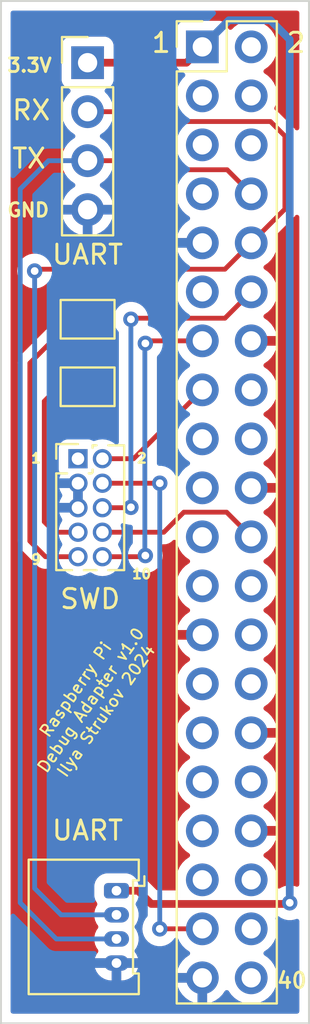
<source format=kicad_pcb>
(kicad_pcb (version 20221018) (generator pcbnew)
  (layers (0 "F.Cu" signal) (31 "B.Cu" signal) (34 "B.Paste" user) (35 "F.Paste" user) (36 "B.SilkS" user "B.Silkscreen") (37 "F.SilkS" user "F.Silkscreen") (38 "B.Mask" user) (39 "F.Mask" user) (44 "Edge.Cuts" user))
  (net 0 "")
  (net 1 "+3.3V")
  (net 6 "GND")
  (net 8 "/RPI_TX")
  (net 9 "/RPI_RX")
  (net 11 "/TDO")
  (net 12 "/TMS")
  (net 13 "/nRST")
  (net 18 "/TCK")
  (net 30 "/TDI")
  (net 33 "/DBG_RX")
  (net 34 "/DBG_TX")
  (footprint "Connector_PinHeader_1.27mm:PinHeader_2x05_P1.27mm_Vertical" (layer "F.Cu") (at 94 71.73)
    (fp_text reference "J2" hide)
    (fp_text value "SWD" (at 0.635 7.27) (layer "F.SilkS"))
    (fp_line (start -1.13 -0.76) (end 0 -0.76) (stroke (width 0.12)) (layer "F.SilkS"))
    (fp_line (start -1.13 0) (end -1.13 -0.76) (stroke (width 0.12)) (layer "F.SilkS"))
    (fp_line (start -1.13 0.76) (end -1.13 5.775) (stroke (width 0.12)) (layer "F.SilkS"))
    (fp_line (start -1.13 0.76) (end -0.563471 0.76) (stroke (width 0.12)) (layer "F.SilkS"))
    (fp_line (start -1.13 5.775) (end -0.30753 5.775) (stroke (width 0.12)) (layer "F.SilkS"))
    (fp_line (start 0.30753 5.775) (end 0.96247 5.775) (stroke (width 0.12)) (layer "F.SilkS"))
    (fp_line (start 0.563471 0.76) (end 0.706529 0.76) (stroke (width 0.12)) (layer "F.SilkS"))
    (fp_line (start 0.76 -0.695) (end 0.96247 -0.695) (stroke (width 0.12)) (layer "F.SilkS"))
    (fp_line (start 0.76 -0.563471) (end 0.76 -0.695) (stroke (width 0.12)) (layer "F.SilkS"))
    (fp_line (start 0.76 0.706529) (end 0.76 0.563471) (stroke (width 0.12)) (layer "F.SilkS"))
    (fp_line (start 1.57753 -0.695) (end 2.4 -0.695) (stroke (width 0.12)) (layer "F.SilkS"))
    (fp_line (start 1.57753 5.775) (end 2.4 5.775) (stroke (width 0.12)) (layer "F.SilkS"))
    (fp_line (start 2.4 -0.695) (end 2.4 5.775) (stroke (width 0.12)) (layer "F.SilkS"))
    (pad "1" thru_hole rect (at 0 0) (size 1 1) (drill 0.65) (layers "*.Cu" "*.Mask") (net 1 "+3.3V"))
    (pad "2" thru_hole oval (at 1.27 0) (size 1 1) (drill 0.65) (layers "*.Cu" "*.Mask") (net 13 "/nRST"))
    (pad "3" thru_hole oval (at 0 1.27) (size 1 1) (drill 0.65) (layers "*.Cu" "*.Mask") (net 6 "GND"))
    (pad "4" thru_hole oval (at 1.27 1.27) (size 1 1) (drill 0.65) (layers "*.Cu" "*.Mask") (net 30 "/TDI"))
    (pad "5" thru_hole oval (at 0 2.54) (size 1 1) (drill 0.65) (layers "*.Cu" "*.Mask") (net 6 "GND"))
    (pad "6" thru_hole oval (at 1.27 2.54) (size 1 1) (drill 0.65) (layers "*.Cu" "*.Mask") (net 11 "/TDO"))
    (pad "7" thru_hole oval (at 0 3.81) (size 1 1) (drill 0.65) (layers "*.Cu" "*.Mask") (net 33 "/DBG_RX"))
    (pad "8" thru_hole oval (at 1.27 3.81) (size 1 1) (drill 0.65) (layers "*.Cu" "*.Mask") (net 18 "/TCK"))
    (pad "9" thru_hole oval (at 0 5.08) (size 1 1) (drill 0.65) (layers "*.Cu" "*.Mask") (net 34 "/DBG_TX"))
    (pad "10" thru_hole oval (at 1.27 5.08) (size 1 1) (drill 0.65) (layers "*.Cu" "*.Mask") (net 12 "/TMS"))
  )
  (footprint "Connector_PinHeader_2.54mm:PinHeader_1x04_P2.54mm_Vertical" (layer "F.Cu") (at 94.5 51.2)
    (fp_text reference "J4" hide)
    (fp_text value "UART" (at 0 9.95) (layer "F.SilkS"))
    (fp_line (start -1.33 -1.33) (end 0 -1.33) (stroke (width 0.12)) (layer "F.SilkS"))
    (fp_line (start -1.33 0) (end -1.33 -1.33) (stroke (width 0.12)) (layer "F.SilkS"))
    (fp_line (start -1.33 1.27) (end -1.33 8.95) (stroke (width 0.12)) (layer "F.SilkS"))
    (fp_line (start -1.33 1.27) (end 1.33 1.27) (stroke (width 0.12)) (layer "F.SilkS"))
    (fp_line (start -1.33 8.95) (end 1.33 8.95) (stroke (width 0.12)) (layer "F.SilkS"))
    (fp_line (start 1.33 1.27) (end 1.33 8.95) (stroke (width 0.12)) (layer "F.SilkS"))
    (pad "1" thru_hole rect (at 0 0) (size 1.7 1.7) (drill 1) (layers "*.Cu" "*.Mask") (net 1 "+3.3V"))
    (pad "2" thru_hole oval (at 0 2.54) (size 1.7 1.7) (drill 1) (layers "*.Cu" "*.Mask") (net 9 "/RPI_RX"))
    (pad "3" thru_hole oval (at 0 5.08) (size 1.7 1.7) (drill 1) (layers "*.Cu" "*.Mask") (net 8 "/RPI_TX"))
    (pad "4" thru_hole oval (at 0 7.62) (size 1.7 1.7) (drill 1) (layers "*.Cu" "*.Mask") (net 6 "GND"))
  )
  (footprint "Jumper:SolderJumper-2_P1.3mm_Open_TrianglePad1.0x1.5mm" (layer "F.Cu") (at 94.5 64.5)
    (fp_text reference "JP1" hide)
    (fp_text value "UART_UNIFIED_1" hide)
    (fp_line (start -1.4 -1) (end 1.4 -1) (stroke (width 0.12)) (layer "F.SilkS"))
    (fp_line (start -1.4 1) (end -1.4 -1) (stroke (width 0.12)) (layer "F.SilkS"))
    (fp_line (start 1.4 -1) (end 1.4 1) (stroke (width 0.12)) (layer "F.SilkS"))
    (fp_line (start 1.4 1) (end -1.4 1) (stroke (width 0.12)) (layer "F.SilkS"))
    (pad "1" smd custom (at -0.725 0) (size 0.3 0.3) (layers "F.Cu" "F.Mask") (net 34 "/DBG_TX") (options (clearance outline) (anchor rect)) (primitives (gr_poly (pts (xy 1 0) (xy 0.5 0.75) (xy -0.5 0.75) (xy -0.5 -0.75) (xy 0.5 -0.75)) (width 0) (fill yes))))
    (pad "2" smd custom (at 0.725 0) (size 0.3 0.3) (layers "F.Cu" "F.Mask") (net 8 "/RPI_TX") (options (clearance outline) (anchor rect)) (primitives (gr_poly (pts (xy 0.5 0.75) (xy -0.65 0.75) (xy -0.15 0) (xy -0.65 -0.75) (xy 0.5 -0.75)) (width 0) (fill yes))))
  )
  (footprint "Connector_Molex:Molex_PicoBlade_53048-0410_1x04_P1.25mm_Horizontal" (layer "F.Cu") (at 96 94.125 -90)
    (fp_text reference "J3" hide)
    (fp_text value "UART" (at -3.125 1.5 -180) (layer "F.SilkS"))
    (fp_line (start -1.61 -1.16) (end -1.61 4.56) (stroke (width 0.12)) (layer "F.SilkS"))
    (fp_line (start -1.61 4.56) (end 1.875 4.56) (stroke (width 0.12)) (layer "F.SilkS"))
    (fp_line (start -0.54 -1.16) (end -1.61 -1.16) (stroke (width 0.12)) (layer "F.SilkS"))
    (fp_line (start -0.54 -0.86) (end -0.54 -1.16) (stroke (width 0.12)) (layer "F.SilkS"))
    (fp_line (start -0.25 -1.45) (end -0.75 -1.45) (stroke (width 0.12)) (layer "F.SilkS"))
    (fp_line (start -0.25 -1.15) (end -0.25 -1.45) (stroke (width 0.12)) (layer "F.SilkS"))
    (fp_line (start 1.875 -0.86) (end -0.54 -0.86) (stroke (width 0.12)) (layer "F.SilkS"))
    (fp_line (start 1.875 -0.86) (end 4.29 -0.86) (stroke (width 0.12)) (layer "F.SilkS"))
    (fp_line (start 4.29 -1.16) (end 5.36 -1.16) (stroke (width 0.12)) (layer "F.SilkS"))
    (fp_line (start 4.29 -0.86) (end 4.29 -1.16) (stroke (width 0.12)) (layer "F.SilkS"))
    (fp_line (start 5.36 -1.16) (end 5.36 4.56) (stroke (width 0.12)) (layer "F.SilkS"))
    (fp_line (start 5.36 4.56) (end 1.875 4.56) (stroke (width 0.12)) (layer "F.SilkS"))
    (pad "1" thru_hole roundrect (at 0 0 270) (size 0.8 1.3) (drill 0.5) (layers "*.Cu" "*.Mask") (net 1 "+3.3V"))
    (pad "2" thru_hole oval (at 1.25 0 270) (size 0.8 1.3) (drill 0.5) (layers "*.Cu" "*.Mask") (net 9 "/RPI_RX"))
    (pad "3" thru_hole oval (at 2.5 0 270) (size 0.8 1.3) (drill 0.5) (layers "*.Cu" "*.Mask") (net 8 "/RPI_TX"))
    (pad "4" thru_hole oval (at 3.75 0 270) (size 0.8 1.3) (drill 0.5) (layers "*.Cu" "*.Mask") (net 6 "GND"))
  )
  (footprint "Jumper:SolderJumper-2_P1.3mm_Open_TrianglePad1.0x1.5mm" (layer "F.Cu") (at 94.5 68)
    (fp_text reference "JP2" hide)
    (fp_text value "UART_UNIFIED_1" hide)
    (fp_line (start -1.4 -1) (end 1.4 -1) (stroke (width 0.12)) (layer "F.SilkS"))
    (fp_line (start -1.4 1) (end -1.4 -1) (stroke (width 0.12)) (layer "F.SilkS"))
    (fp_line (start 1.4 -1) (end 1.4 1) (stroke (width 0.12)) (layer "F.SilkS"))
    (fp_line (start 1.4 1) (end -1.4 1) (stroke (width 0.12)) (layer "F.SilkS"))
    (pad "1" smd custom (at -0.725 0) (size 0.3 0.3) (layers "F.Cu" "F.Mask") (net 33 "/DBG_RX") (options (clearance outline) (anchor rect)) (primitives (gr_poly (pts (xy 1 0) (xy 0.5 0.75) (xy -0.5 0.75) (xy -0.5 -0.75) (xy 0.5 -0.75)) (width 0) (fill yes))))
    (pad "2" smd custom (at 0.725 0) (size 0.3 0.3) (layers "F.Cu" "F.Mask") (net 9 "/RPI_RX") (options (clearance outline) (anchor rect)) (primitives (gr_poly (pts (xy 0.5 0.75) (xy -0.65 0.75) (xy -0.15 0) (xy -0.65 -0.75) (xy 0.5 -0.75)) (width 0) (fill yes))))
  )
  (footprint "Connector_PinHeader_2.54mm:PinHeader_2x20_P2.54mm_Vertical" (layer "F.Cu") (at 100.46 50.38)
    (fp_text reference "J1" hide)
    (fp_text value "Raspberry_Pi" hide)
    (fp_line (start -1.33 -1.33) (end 0 -1.33) (stroke (width 0.12)) (layer "F.SilkS"))
    (fp_line (start -1.33 0) (end -1.33 -1.33) (stroke (width 0.12)) (layer "F.SilkS"))
    (fp_line (start -1.33 1.27) (end -1.33 49.59) (stroke (width 0.12)) (layer "F.SilkS"))
    (fp_line (start -1.33 1.27) (end 1.27 1.27) (stroke (width 0.12)) (layer "F.SilkS"))
    (fp_line (start -1.33 49.59) (end 3.87 49.59) (stroke (width 0.12)) (layer "F.SilkS"))
    (fp_line (start 1.27 -1.33) (end 3.87 -1.33) (stroke (width 0.12)) (layer "F.SilkS"))
    (fp_line (start 1.27 1.27) (end 1.27 -1.33) (stroke (width 0.12)) (layer "F.SilkS"))
    (fp_line (start 3.87 -1.33) (end 3.87 49.59) (stroke (width 0.12)) (layer "F.SilkS"))
    (pad "1" thru_hole rect (at 0 0) (size 1.7 1.7) (drill 1) (layers "*.Cu" "*.Mask") (net 1 "+3.3V"))
    (pad "2" thru_hole oval (at 2.54 0) (size 1.7 1.7) (drill 1) (layers "*.Cu" "*.Mask"))
    (pad "3" thru_hole oval (at 0 2.54) (size 1.7 1.7) (drill 1) (layers "*.Cu" "*.Mask"))
    (pad "4" thru_hole oval (at 2.54 2.54) (size 1.7 1.7) (drill 1) (layers "*.Cu" "*.Mask"))
    (pad "5" thru_hole oval (at 0 5.08) (size 1.7 1.7) (drill 1) (layers "*.Cu" "*.Mask"))
    (pad "6" thru_hole oval (at 2.54 5.08) (size 1.7 1.7) (drill 1) (layers "*.Cu" "*.Mask") (net 6 "GND"))
    (pad "7" thru_hole oval (at 0 7.62) (size 1.7 1.7) (drill 1) (layers "*.Cu" "*.Mask"))
    (pad "8" thru_hole oval (at 2.54 7.62) (size 1.7 1.7) (drill 1) (layers "*.Cu" "*.Mask") (net 8 "/RPI_TX"))
    (pad "9" thru_hole oval (at 0 10.16) (size 1.7 1.7) (drill 1) (layers "*.Cu" "*.Mask") (net 6 "GND"))
    (pad "10" thru_hole oval (at 2.54 10.16) (size 1.7 1.7) (drill 1) (layers "*.Cu" "*.Mask") (net 9 "/RPI_RX"))
    (pad "11" thru_hole oval (at 0 12.7) (size 1.7 1.7) (drill 1) (layers "*.Cu" "*.Mask"))
    (pad "12" thru_hole oval (at 2.54 12.7) (size 1.7 1.7) (drill 1) (layers "*.Cu" "*.Mask") (net 11 "/TDO"))
    (pad "13" thru_hole oval (at 0 15.24) (size 1.7 1.7) (drill 1) (layers "*.Cu" "*.Mask") (net 12 "/TMS"))
    (pad "14" thru_hole oval (at 2.54 15.24) (size 1.7 1.7) (drill 1) (layers "*.Cu" "*.Mask") (net 6 "GND"))
    (pad "15" thru_hole oval (at 0 17.78) (size 1.7 1.7) (drill 1) (layers "*.Cu" "*.Mask") (net 13 "/nRST"))
    (pad "16" thru_hole oval (at 2.54 17.78) (size 1.7 1.7) (drill 1) (layers "*.Cu" "*.Mask"))
    (pad "17" thru_hole oval (at 0 20.32) (size 1.7 1.7) (drill 1) (layers "*.Cu" "*.Mask") (net 1 "+3.3V"))
    (pad "18" thru_hole oval (at 2.54 20.32) (size 1.7 1.7) (drill 1) (layers "*.Cu" "*.Mask"))
    (pad "19" thru_hole oval (at 0 22.86) (size 1.7 1.7) (drill 1) (layers "*.Cu" "*.Mask"))
    (pad "20" thru_hole oval (at 2.54 22.86) (size 1.7 1.7) (drill 1) (layers "*.Cu" "*.Mask") (net 6 "GND"))
    (pad "21" thru_hole oval (at 0 25.4) (size 1.7 1.7) (drill 1) (layers "*.Cu" "*.Mask"))
    (pad "22" thru_hole oval (at 2.54 25.4) (size 1.7 1.7) (drill 1) (layers "*.Cu" "*.Mask") (net 18 "/TCK"))
    (pad "23" thru_hole oval (at 0 27.94) (size 1.7 1.7) (drill 1) (layers "*.Cu" "*.Mask"))
    (pad "24" thru_hole oval (at 2.54 27.94) (size 1.7 1.7) (drill 1) (layers "*.Cu" "*.Mask"))
    (pad "25" thru_hole oval (at 0 30.48) (size 1.7 1.7) (drill 1) (layers "*.Cu" "*.Mask") (net 6 "GND"))
    (pad "26" thru_hole oval (at 2.54 30.48) (size 1.7 1.7) (drill 1) (layers "*.Cu" "*.Mask"))
    (pad "27" thru_hole oval (at 0 33.02) (size 1.7 1.7) (drill 1) (layers "*.Cu" "*.Mask"))
    (pad "28" thru_hole oval (at 2.54 33.02) (size 1.7 1.7) (drill 1) (layers "*.Cu" "*.Mask"))
    (pad "29" thru_hole oval (at 0 35.56) (size 1.7 1.7) (drill 1) (layers "*.Cu" "*.Mask"))
    (pad "30" thru_hole oval (at 2.54 35.56) (size 1.7 1.7) (drill 1) (layers "*.Cu" "*.Mask") (net 6 "GND"))
    (pad "31" thru_hole oval (at 0 38.1) (size 1.7 1.7) (drill 1) (layers "*.Cu" "*.Mask"))
    (pad "32" thru_hole oval (at 2.54 38.1) (size 1.7 1.7) (drill 1) (layers "*.Cu" "*.Mask"))
    (pad "33" thru_hole oval (at 0 40.64) (size 1.7 1.7) (drill 1) (layers "*.Cu" "*.Mask"))
    (pad "34" thru_hole oval (at 2.54 40.64) (size 1.7 1.7) (drill 1) (layers "*.Cu" "*.Mask") (net 6 "GND"))
    (pad "35" thru_hole oval (at 0 43.18) (size 1.7 1.7) (drill 1) (layers "*.Cu" "*.Mask"))
    (pad "36" thru_hole oval (at 2.54 43.18) (size 1.7 1.7) (drill 1) (layers "*.Cu" "*.Mask"))
    (pad "37" thru_hole oval (at 0 45.72) (size 1.7 1.7) (drill 1) (layers "*.Cu" "*.Mask") (net 30 "/TDI"))
    (pad "38" thru_hole oval (at 2.54 45.72) (size 1.7 1.7) (drill 1) (layers "*.Cu" "*.Mask"))
    (pad "39" thru_hole oval (at 0 48.26) (size 1.7 1.7) (drill 1) (layers "*.Cu" "*.Mask") (net 6 "GND"))
    (pad "40" thru_hole oval (at 2.54 48.26) (size 1.7 1.7) (drill 1) (layers "*.Cu" "*.Mask"))
  )
  (gr_line (start 106 48) (end 106 101) (stroke (width 0.1)) (layer "Edge.Cuts"))
  (gr_line (start 90 101) (end 90 48) (stroke (width 0.1)) (layer "Edge.Cuts"))
  (gr_line (start 106 101) (end 90 101) (stroke (width 0.1)) (layer "Edge.Cuts"))
  (gr_line (start 90 48) (end 106 48) (stroke (width 0.1)) (layer "Edge.Cuts"))
  (gr_text "2" (at 104.75 50.75) (layer "F.SilkS") (effects (font (size 1 1)) (justify left bottom)))
  (gr_text "RX" (at 90.5 54.25) (layer "F.SilkS") (effects (font (size 1 1)) (justify left bottom)))
  (gr_text "2" (at 97 72) (layer "F.SilkS") (effects (font (size 0.5 0.5) (thickness 0.125)) (justify left bottom)))
  (gr_text "10" (at 96.75 78) (layer "F.SilkS") (effects (font (size 0.5 0.5) (thickness 0.125)) (justify left bottom)))
  (gr_text "3.3V" (at 90.25 51.75) (layer "F.SilkS") (effects (font (size 0.7 0.7)) (justify left bottom)))
  (gr_text "40" (at 104.25 99.25) (layer "F.SilkS") (effects (font (size 0.8 0.8)) (justify left bottom)))
  (gr_text "1" (at 97.75 50.75) (layer "F.SilkS") (effects (font (size 1 1)) (justify left bottom)))
  (gr_text "1" (at 91.5 72) (layer "F.SilkS") (effects (font (size 0.5 0.5) (thickness 0.125)) (justify left bottom)))
  (gr_text "9" (at 91.5 77.25) (layer "F.SilkS") (effects (font (size 0.5 0.5) (thickness 0.125)) (justify left bottom)))
  (gr_text "Raspberry Pi\nDebug Adapter v1.0\nIlya Strukov 2024" (at 95.75 85 55) (layer "F.SilkS") (effects (font (size 0.6 0.6) (thickness 0.1) bold) (justify bottom)))
  (gr_text "GND" (at 90.25 59.25) (layer "F.SilkS") (effects (font (size 0.7 0.7)) (justify left bottom)))
  (gr_text "TX" (at 90.5 56.75) (layer "F.SilkS") (effects (font (size 1 1)) (justify left bottom)))
  (segment (start 97.125 94.125) (end 97.81 94.81) (width 0.4) (layer "F.Cu") (net 1))
  (segment (start 97.81 94.81) (end 104.94 94.81) (width 0.4) (layer "F.Cu") (net 1))
  (segment (start 99.64 51.2) (end 100.46 50.38) (width 0.4) (layer "F.Cu") (net 1))
  (segment (start 104.94 94.81) (end 105 94.75) (width 0.4) (layer "F.Cu") (net 1))
  (segment (start 94.5 51.2) (end 99.64 51.2) (width 0.4) (layer "F.Cu") (net 1))
  (segment (start 96 94.125) (end 97.125 94.125) (width 0.4) (layer "F.Cu") (net 1))
  (via (at 105 94.75) (size 0.8) (drill 0.4) (layers "F.Cu" "B.Cu") (net 1))
  (segment (start 105 94.75) (end 105 50) (width 0.4) (layer "B.Cu") (net 1))
  (segment (start 104 49) (end 101.84 49) (width 0.4) (layer "B.Cu") (net 1))
  (segment (start 105 50) (end 104 49) (width 0.4) (layer "B.Cu") (net 1))
  (segment (start 101.84 49) (end 100.46 50.38) (width 0.4) (layer "B.Cu") (net 1))
  (segment (start 98.78 56.28) (end 99.25 56.75) (width 0.25) (layer "F.Cu") (net 8))
  (segment (start 101.75 56.75) (end 103 58) (width 0.25) (layer "F.Cu") (net 8))
  (segment (start 99.25 56.75) (end 101.75 56.75) (width 0.25) (layer "F.Cu") (net 8))
  (segment (start 94.5 56.28) (end 98.78 56.28) (width 0.25) (layer "F.Cu") (net 8))
  (segment (start 92.875 96.625) (end 96 96.625) (width 0.25) (layer "B.Cu") (net 8))
  (segment (start 92.47 56.28) (end 91 57.75) (width 0.25) (layer "B.Cu") (net 8))
  (segment (start 94.5 56.28) (end 92.47 56.28) (width 0.25) (layer "B.Cu") (net 8))
  (segment (start 91 57.75) (end 91 94.75) (width 0.25) (layer "B.Cu") (net 8))
  (segment (start 91 94.75) (end 92.875 96.625) (width 0.25) (layer "B.Cu") (net 8))
  (segment (start 98.49 53.74) (end 99 54.25) (width 0.25) (layer "F.Cu") (net 9))
  (segment (start 104 54.25) (end 104.75 55) (width 0.25) (layer "F.Cu") (net 9))
  (segment (start 104.75 58.79) (end 103 60.54) (width 0.25) (layer "F.Cu") (net 9))
  (segment (start 101.635 61.905) (end 103 60.54) (width 0.25) (layer "F.Cu") (net 9))
  (segment (start 99 54.25) (end 104 54.25) (width 0.25) (layer "F.Cu") (net 9))
  (segment (start 104.75 55) (end 104.75 58.79) (width 0.25) (layer "F.Cu") (net 9))
  (segment (start 91.845 61.905) (end 101.635 61.905) (width 0.25) (layer "F.Cu") (net 9))
  (segment (start 94.5 53.74) (end 98.49 53.74) (width 0.25) (layer "F.Cu") (net 9))
  (segment (start 91.75 62) (end 91.845 61.905) (width 0.25) (layer "F.Cu") (net 9))
  (via (at 91.75 62) (size 0.8) (drill 0.4) (layers "F.Cu" "B.Cu") (net 9))
  (segment (start 91.75 94) (end 93.125 95.375) (width 0.25) (layer "B.Cu") (net 9))
  (segment (start 93.125 95.375) (end 96 95.375) (width 0.25) (layer "B.Cu") (net 9))
  (segment (start 91.75 62) (end 91.75 94) (width 0.25) (layer "B.Cu") (net 9))
  (segment (start 95.27 74.27) (end 96.73 74.27) (width 0.25) (layer "F.Cu") (net 11))
  (segment (start 96.73 74.27) (end 96.75 74.25) (width 0.25) (layer "F.Cu") (net 11))
  (segment (start 96.75 64.5) (end 96.805 64.445) (width 0.25) (layer "F.Cu") (net 11))
  (segment (start 101.635 64.445) (end 103 63.08) (width 0.25) (layer "F.Cu") (net 11))
  (segment (start 96.805 64.445) (end 101.635 64.445) (width 0.25) (layer "F.Cu") (net 11))
  (via (at 96.75 64.5) (size 0.8) (drill 0.4) (layers "F.Cu" "B.Cu") (net 11))
  (via (at 96.75 74.25) (size 0.8) (drill 0.4) (layers "F.Cu" "B.Cu") (net 11))
  (segment (start 96.75 74.25) (end 96.75 64.5) (width 0.25) (layer "B.Cu") (net 11))
  (segment (start 97.63 65.62) (end 100.46 65.62) (width 0.25) (layer "F.Cu") (net 12))
  (segment (start 97.44 76.81) (end 95.27 76.81) (width 0.25) (layer "F.Cu") (net 12))
  (segment (start 97.5 65.75) (end 97.63 65.62) (width 0.25) (layer "F.Cu") (net 12))
  (segment (start 97.5 76.75) (end 97.44 76.81) (width 0.25) (layer "F.Cu") (net 12))
  (via (at 97.5 76.75) (size 0.8) (drill 0.4) (layers "F.Cu" "B.Cu") (net 12))
  (via (at 97.5 65.75) (size 0.8) (drill 0.4) (layers "F.Cu" "B.Cu") (net 12))
  (segment (start 97.475 65.775) (end 97.475 76.725) (width 0.25) (layer "B.Cu") (net 12))
  (segment (start 97.475 76.725) (end 97.5 76.75) (width 0.25) (layer "B.Cu") (net 12))
  (segment (start 97.5 65.75) (end 97.475 65.775) (width 0.25) (layer "B.Cu") (net 12))
  (segment (start 95.27 71.73) (end 96.89 71.73) (width 0.25) (layer "F.Cu") (net 13))
  (segment (start 96.89 71.73) (end 100.46 68.16) (width 0.25) (layer "F.Cu") (net 13))
  (segment (start 98.46 75.54) (end 99.5 74.5) (width 0.25) (layer "F.Cu") (net 18))
  (segment (start 101.72 74.5) (end 103 75.78) (width 0.25) (layer "F.Cu") (net 18))
  (segment (start 99.5 74.5) (end 101.72 74.5) (width 0.25) (layer "F.Cu") (net 18))
  (segment (start 95.27 75.54) (end 98.46 75.54) (width 0.25) (layer "F.Cu") (net 18))
  (segment (start 95.27 73) (end 98.25 73) (width 0.25) (layer "F.Cu") (net 30))
  (segment (start 98.25 96.1) (end 100.46 96.1) (width 0.25) (layer "F.Cu") (net 30))
  (via (at 98.25 73) (size 0.8) (drill 0.4) (layers "F.Cu" "B.Cu") (net 30))
  (via (at 98.25 96.1) (size 0.8) (drill 0.4) (layers "F.Cu" "B.Cu") (net 30))
  (segment (start 98.25 96.1) (end 98.25 73) (width 0.25) (layer "B.Cu") (net 30))
  (segment (start 93 68) (end 93.775 68) (width 0.25) (layer "F.Cu") (net 33))
  (segment (start 92.25 68.75) (end 93 68) (width 0.25) (layer "F.Cu") (net 33))
  (segment (start 92.79 75.54) (end 92.25 75) (width 0.25) (layer "F.Cu") (net 33))
  (segment (start 92.25 75) (end 92.25 68.75) (width 0.25) (layer "F.Cu") (net 33))
  (segment (start 94 75.54) (end 92.79 75.54) (width 0.25) (layer "F.Cu") (net 33))
  (segment (start 91.5 76) (end 91.5 66.775) (width 0.25) (layer "F.Cu") (net 34))
  (segment (start 92.31 76.81) (end 91.5 76) (width 0.25) (layer "F.Cu") (net 34))
  (segment (start 94 76.81) (end 92.31 76.81) (width 0.25) (layer "F.Cu") (net 34))
  (segment (start 91.5 66.775) (end 93.775 64.5) (width 0.25) (layer "F.Cu") (net 34))
  (zone (net 6) (net_name "GND") (layers "F&B.Cu") (connect_pads (clearance 0.5)) (min_thickness 0.25) (fill yes (thermal_gap 0.5) (thermal_bridge_width 0.5))
    (polygon (pts (xy 90.5 48.5) (xy 105.5 48.5) (xy 105.5 100.5) (xy 90.5 100.5)))
  )
)
</source>
